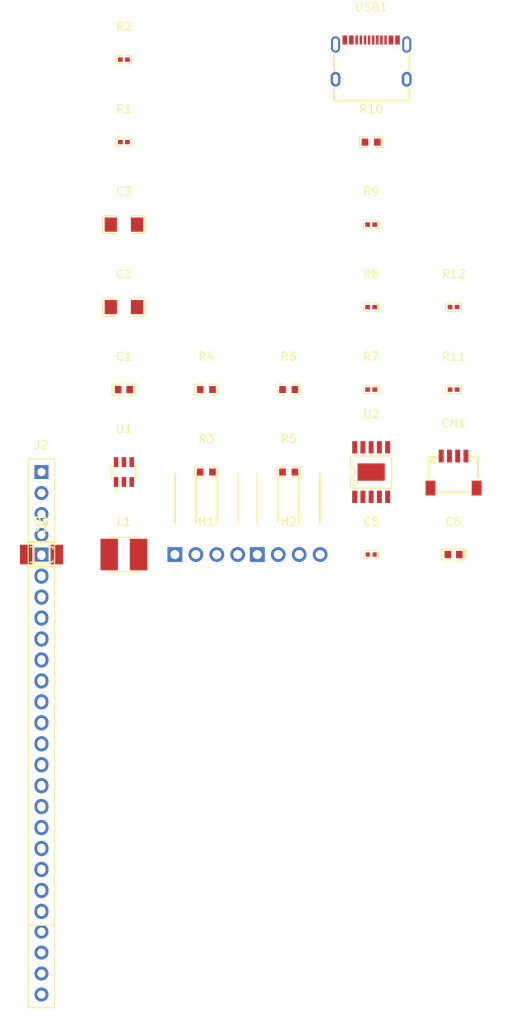
<source format=kicad_pcb>
(kicad_pcb (version 20241229) (generator "atopile") (generator_version "0.12.5")
  (layers (0 "F.Cu" signal) (31 "B.Cu" signal) (34 "B.Paste" user) (35 "F.Paste" user) (36 "B.SilkS" user "B.Silkscreen") (37 "F.SilkS" user "F.Silkscreen") (38 "B.Mask" user) (39 "F.Mask" user) (44 "Edge.Cuts" user))
  (net 0 "")
  (net 45 "BST")
  (net 46 "SBU2")
  (net 47 "net")
  (net 48 "DP")
  (net 49 "fan1-_4")
  (net 51 "DP2")
  (net 53 "CFG2")
  (net 55 "CC1")
  (net 56 "FB")
  (net 57 "CC2")
  (net 58 "gnd")
  (net 60 "DN2")
  (net 64 "SBU1")
  (net 65 "fan2-_4")
  (net 67 "DM")
  (net 69 "v12")
  (net 70 "CFG3")
  (net 71 "SW")
  (net 72 "CFG1")
  (net 1 "C")
  (net 2 "v5")
  (net 3 "footprint-_3-0")
  (net 4 "_16")
  (net 5 "footprint-_8-1")
  (net 6 "footprint-_13-0")
  (net 7 "_15")
  (net 8 "v3v3")
  (net 9 "footprint-_18-0")
  (net 10 "footprint-_14-0")
  (net 11 "pg")
  (net 12 "footprint-_4")
  (net 13 "fan1-gpio_tach")
  (net 14 "footprint-_13-1")
  (net 15 "_6")
  (net 16 "footprint-_8-0")
  (net 17 "footprint-_9-1")
  (net 18 "footprint-_3-1")
  (net 19 "fan1-gpio_pwm")
  (net 20 "_2")
  (net 21 "footprint-_19-0")
  (net 22 "footprint-_17-0")
  (net 23 "fan2-gpio_pwm")
  (net 24 "footprint-_10-1")
  (net 25 "footprint-_11-0")
  (net 26 "_5")
  (net 27 "footprint-_10-0")
  (net 28 "_21")
  (net 29 "scl")
  (net 30 "_12")
  (net 31 "_7")
  (net 32 "footprint-_9-0")
  (net 33 "footprint-_18-1")
  (net 34 "footprint-_20-1")
  (net 35 "footprint-_19-1")
  (net 36 "fan2-gpio_tach")
  (net 37 "footprint-_17-1")
  (net 38 "footprint-_14-1")
  (net 39 "footprint-_11-1")
  (net 40 "sda")
  (net 41 "footprint-_20-0")
  (footprint "AVX_TAJB107K006RNJ:CASE-B_3528" (layer "F.Cu") (at 0 0 0)
    (property "Reference" "C4" (at 0 -4 0) (layer "F.SilkS") (hide no))
    (property "Value" "100µF ±10%")
    (fp_line (start 1.83 1.48) (end -1.83 1.48) (stroke (width 0.15)) (layer "F.SilkS"))
    (fp_line (start 1.83 -1.48) (end -1.83 -1.48) (stroke (width 0.15)) (layer "F.SilkS"))
    (fp_line (start -0.9 1.48) (end -0.9 -1.48) (stroke (width 0.15)) (layer "F.SilkS"))
    (fp_line (start 1.83 1.48) (end 1.83 1.39) (stroke (width 0.15)) (layer "F.SilkS"))
    (fp_line (start 1.83 -1.48) (end 1.83 -1.39) (stroke (width 0.15)) (layer "F.SilkS"))
    (fp_text user "${REFERENCE}" (at 0 -4 0) (layer "F.SilkS"))
    (pad "1" smd rect (at -1.86 0 180) (size 1.51 2.38) (layers "F.Cu" "F.Paste" "F.Mask") (net 69 "v12"))
    (pad "2" smd rect (at 1.86 0 180) (size 1.51 2.38) (layers "F.Cu" "F.Paste" "F.Mask") (net 58 "gnd"))
  )
  (footprint "CENKER_CKCS4018_4_7uH_M:IND-SMD_L4.0-W4.0_SWPA4018S" (layer "F.Cu") (at 10 0 0)
    (property "Reference" "L1" (at 0 -4 0) (layer "F.SilkS") (hide no))
    (property "Value" "")
    (fp_line (start -2.08 -2.06) (end -2.08 -2.08) (stroke (width 0.15)) (layer "F.SilkS"))
    (fp_line (start -2.08 -2.08) (end 2.08 -2.08) (stroke (width 0.15)) (layer "F.SilkS"))
    (fp_line (start 2.08 -2.08) (end 2.08 -2.06) (stroke (width 0.15)) (layer "F.SilkS"))
    (fp_line (start -2.08 2.06) (end -2.08 2.08) (stroke (width 0.15)) (layer "F.SilkS"))
    (fp_line (start -2.08 2.08) (end 2.08 2.08) (stroke (width 0.15)) (layer "F.SilkS"))
    (fp_line (start 2.08 2.08) (end 2.08 2.06) (stroke (width 0.15)) (layer "F.SilkS"))
    (fp_text user "${REFERENCE}" (at 0 -4 0) (layer "F.SilkS"))
    (pad "1" smd rect (at 1.78 0 0) (size 2.12 3.82) (layers "F.Cu" "F.Paste" "F.Mask") (net 71 "SW"))
    (pad "2" smd rect (at -1.78 0 0) (size 2.12 3.82) (layers "F.Cu" "F.Paste" "F.Mask") (net 2 "v5"))
  )
  (footprint "Diodes_Incorporated_AP63205WU_7:TSOT-23-6_L2.9-W1.6-P0.95-LS2.8-BL" (layer "F.Cu") (at 10 -10 0)
    (property "Reference" "U1" (at 0 -5.2 0) (layer "F.SilkS") (hide no))
    (property "Value" "")
    (fp_line (start -1.5 0.8) (end -1.5 -0.8) (stroke (width 0.25)) (layer "F.SilkS"))
    (fp_line (start 1.5 -0.8) (end 1.5 0.8) (stroke (width 0.25)) (layer "F.SilkS"))
    (fp_circle (center -0.98 2.12) (end -0.85 2.12) (stroke (width 0.25)) (fill no) (layer "F.SilkS"))
    (fp_text user "${REFERENCE}" (at 0 -5.2 0) (layer "F.SilkS"))
    (pad "6" smd rect (at -0.95 -1.2 0) (size 0.55 1.2) (layers "F.Cu" "F.Paste" "F.Mask") (net 45 "BST"))
    (pad "4" smd rect (at 0.95 -1.2 0) (size 0.55 1.2) (layers "F.Cu" "F.Paste" "F.Mask") (net 58 "gnd"))
    (pad "3" smd rect (at 0.95 1.2 0) (size 0.55 1.2) (layers "F.Cu" "F.Paste" "F.Mask") (net 69 "v12"))
    (pad "2" smd rect (at 0 1.2 0) (size 0.55 1.2) (layers "F.Cu" "F.Paste" "F.Mask") (net 11 "pg"))
    (pad "1" smd rect (at -0.95 1.2 0) (size 0.55 1.2) (layers "F.Cu" "F.Paste" "F.Mask") (net 56 "FB"))
    (pad "5" smd rect (at 0 -1.2 0) (size 0.55 1.2) (layers "F.Cu" "F.Paste" "F.Mask") (net 71 "SW"))
  )
  (footprint "YAGEO_CC0603KRX7R9BB104:C0603" (layer "F.Cu") (at 10 -20 0)
    (property "Reference" "C1" (at 0 -4 0) (layer "F.SilkS") (hide no))
    (property "Value" "100nF ±10% 50V X7R")
    (fp_line (start -0.28 0.71) (end -1.08 0.71) (stroke (width 0.25)) (layer "F.SilkS"))
    (fp_line (start 0.28 0.71) (end 1.08 0.71) (stroke (width 0.25)) (layer "F.SilkS"))
    (fp_line (start -0.28 -0.71) (end -1.08 -0.71) (stroke (width 0.25)) (layer "F.SilkS"))
    (fp_line (start 0.28 -0.71) (end 1.08 -0.71) (stroke (width 0.25)) (layer "F.SilkS"))
    (fp_line (start -1.39 0.4) (end -1.39 -0.4) (stroke (width 0.25)) (layer "F.SilkS"))
    (fp_line (start 1.39 -0.4) (end 1.39 0.4) (stroke (width 0.25)) (layer "F.SilkS"))
    (fp_arc (start 1.39 -0.4) (mid 1.2992031021678296 -0.6192031021678296) (end 1.08 -0.7099999999999999) (stroke (width 0.25)) (layer "F.SilkS"))
    (fp_arc (start 1.08 0.71) (mid 1.2992031021678296 0.6192031021678297) (end 1.3900000000000001 0.4) (stroke (width 0.25)) (layer "F.SilkS"))
    (fp_arc (start -1.39 0.4) (mid -1.2992031021678296 0.6192031021678296) (end -1.08 0.7099999999999999) (stroke (width 0.25)) (layer "F.SilkS"))
    (fp_arc (start -1.08 -0.71) (mid -1.2992031021678296 -0.6192031021678297) (end -1.3900000000000001 -0.4) (stroke (width 0.25)) (layer "F.SilkS"))
    (fp_text user "${REFERENCE}" (at 0 -4 0) (layer "F.SilkS"))
    (pad "2" smd rect (at 0.7 0 0) (size 0.8 0.9) (layers "F.Cu" "F.Paste" "F.Mask") (net 71 "SW"))
    (pad "1" smd rect (at -0.7 0 0) (size 0.8 0.9) (layers "F.Cu" "F.Paste" "F.Mask") (net 45 "BST"))
  )
  (footprint "Samsung_Electro_Mechanics_CL31A226KAHNNNE:C1206" (layer "F.Cu") (at 10 -30 0)
    (property "Reference" "C2" (at 0 -4 0) (layer "F.SilkS") (hide no))
    (property "Value" "22µF ±10% 25V X5R")
    (fp_line (start 2.41 -1.09) (end 0.93 -1.09) (stroke (width 0.15)) (layer "F.SilkS"))
    (fp_line (start 0.93 1.09) (end 2.41 1.09) (stroke (width 0.15)) (layer "F.SilkS"))
    (fp_line (start 2.56 0.94) (end 2.56 -0.94) (stroke (width 0.15)) (layer "F.SilkS"))
    (fp_line (start -2.41 -1.09) (end -0.93 -1.09) (stroke (width 0.15)) (layer "F.SilkS"))
    (fp_line (start -0.93 1.09) (end -2.41 1.09) (stroke (width 0.15)) (layer "F.SilkS"))
    (fp_line (start -2.56 0.94) (end -2.56 -0.94) (stroke (width 0.15)) (layer "F.SilkS"))
    (fp_arc (start 2.56 0.94) (mid 2.516066017177982 1.046066017177982) (end 2.41 1.0899999999999999) (stroke (width 0.15)) (layer "F.SilkS"))
    (fp_arc (start 2.41 -1.09) (mid 2.5160660171779825 -1.046066017177982) (end 2.5600000000000005 -0.94) (stroke (width 0.15)) (layer "F.SilkS"))
    (fp_arc (start -2.56 0.94) (mid -2.516066017177982 1.046066017177982) (end -2.41 1.0899999999999999) (stroke (width 0.15)) (layer "F.SilkS"))
    (fp_arc (start -2.41 -1.09) (mid -2.5160660171779825 -1.046066017177982) (end -2.5600000000000005 -0.94) (stroke (width 0.15)) (layer "F.SilkS"))
    (fp_text user "${REFERENCE}" (at 0 -4 0) (layer "F.SilkS"))
    (pad "2" smd rect (at 1.59 0 0) (size 1.49 1.73) (layers "F.Cu" "F.Paste" "F.Mask") (net 58 "gnd"))
    (pad "1" smd rect (at -1.59 0 0) (size 1.49 1.73) (layers "F.Cu" "F.Paste" "F.Mask") (net 69 "v12"))
  )
  (footprint "Samsung_Electro_Mechanics_CL31A226KAHNNNE:C1206" (layer "F.Cu") (at 10 -40 0)
    (property "Reference" "C3" (at 0 -4 0) (layer "F.SilkS") (hide no))
    (property "Value" "22µF ±10% 25V X5R")
    (fp_line (start 2.41 -1.09) (end 0.93 -1.09) (stroke (width 0.15)) (layer "F.SilkS"))
    (fp_line (start 0.93 1.09) (end 2.41 1.09) (stroke (width 0.15)) (layer "F.SilkS"))
    (fp_line (start 2.56 0.94) (end 2.56 -0.94) (stroke (width 0.15)) (layer "F.SilkS"))
    (fp_line (start -2.41 -1.09) (end -0.93 -1.09) (stroke (width 0.15)) (layer "F.SilkS"))
    (fp_line (start -0.93 1.09) (end -2.41 1.09) (stroke (width 0.15)) (layer "F.SilkS"))
    (fp_line (start -2.56 0.94) (end -2.56 -0.94) (stroke (width 0.15)) (layer "F.SilkS"))
    (fp_arc (start 2.56 0.94) (mid 2.516066017177982 1.046066017177982) (end 2.41 1.0899999999999999) (stroke (width 0.15)) (layer "F.SilkS"))
    (fp_arc (start 2.41 -1.09) (mid 2.5160660171779825 -1.046066017177982) (end 2.5600000000000005 -0.94) (stroke (width 0.15)) (layer "F.SilkS"))
    (fp_arc (start -2.56 0.94) (mid -2.516066017177982 1.046066017177982) (end -2.41 1.0899999999999999) (stroke (width 0.15)) (layer "F.SilkS"))
    (fp_arc (start -2.41 -1.09) (mid -2.5160660171779825 -1.046066017177982) (end -2.5600000000000005 -0.94) (stroke (width 0.15)) (layer "F.SilkS"))
    (fp_text user "${REFERENCE}" (at 0 -4 0) (layer "F.SilkS"))
    (pad "2" smd rect (at 1.59 0 0) (size 1.49 1.73) (layers "F.Cu" "F.Paste" "F.Mask") (net 58 "gnd"))
    (pad "1" smd rect (at -1.59 0 0) (size 1.49 1.73) (layers "F.Cu" "F.Paste" "F.Mask") (net 2 "v5"))
  )
  (footprint "FOJAN_FRC0402F7503TS:R0402" (layer "F.Cu") (at 10 -50 0)
    (property "Reference" "R1" (at 0 -4 0) (layer "F.SilkS") (hide no))
    (property "Value" "750kΩ ±1% 62.5mW")
    (fp_line (start -0.23 0.5) (end -0.94 0.5) (stroke (width 0.15)) (layer "F.SilkS"))
    (fp_line (start -0.94 0.5) (end -0.94 -0.5) (stroke (width 0.15)) (layer "F.SilkS"))
    (fp_line (start -0.94 -0.5) (end -0.23 -0.5) (stroke (width 0.15)) (layer "F.SilkS"))
    (fp_line (start 0.23 0.5) (end 0.94 0.5) (stroke (width 0.15)) (layer "F.SilkS"))
    (fp_line (start 0.94 0.5) (end 0.94 -0.5) (stroke (width 0.15)) (layer "F.SilkS"))
    (fp_line (start 0.94 -0.5) (end 0.23 -0.5) (stroke (width 0.15)) (layer "F.SilkS"))
    (fp_text user "${REFERENCE}" (at 0 -4 0) (layer "F.SilkS"))
    (pad "2" smd rect (at 0.43 0 0) (size 0.57 0.54) (layers "F.Cu" "F.Paste" "F.Mask") (net 56 "FB"))
    (pad "1" smd rect (at -0.43 0 0) (size 0.57 0.54) (layers "F.Cu" "F.Paste" "F.Mask") (net 2 "v5"))
  )
  (footprint "UNI_ROYAL_0402WGF1003TCE:R0402" (layer "F.Cu") (at 10 -60 0)
    (property "Reference" "R2" (at 0 -4 0) (layer "F.SilkS") (hide no))
    (property "Value" "100kΩ ±1% 62.5mW")
    (fp_line (start -0.23 0.5) (end -0.94 0.5) (stroke (width 0.15)) (layer "F.SilkS"))
    (fp_line (start -0.94 0.5) (end -0.94 -0.5) (stroke (width 0.15)) (layer "F.SilkS"))
    (fp_line (start -0.94 -0.5) (end -0.23 -0.5) (stroke (width 0.15)) (layer "F.SilkS"))
    (fp_line (start 0.23 0.5) (end 0.94 0.5) (stroke (width 0.15)) (layer "F.SilkS"))
    (fp_line (start 0.94 0.5) (end 0.94 -0.5) (stroke (width 0.15)) (layer "F.SilkS"))
    (fp_line (start 0.94 -0.5) (end 0.23 -0.5) (stroke (width 0.15)) (layer "F.SilkS"))
    (fp_text user "${REFERENCE}" (at 0 -4 0) (layer "F.SilkS"))
    (pad "2" smd rect (at 0.43 0 0) (size 0.57 0.54) (layers "F.Cu" "F.Paste" "F.Mask") (net 58 "gnd"))
    (pad "1" smd rect (at -0.43 0 0) (size 0.57 0.54) (layers "F.Cu" "F.Paste" "F.Mask") (net 56 "FB"))
  )
  (footprint "CJT_A2541WR_4P:HDR-TH_4P-P2.54-H-M-W10.3" (layer "F.Cu") (at 20 0 0)
    (property "Reference" "H1" (at 0 -4 0) (layer "F.SilkS") (hide no))
    (property "Value" "")
    (fp_line (start 1.27 -3.81) (end 1.27 -9.81) (stroke (width 0.25)) (layer "F.SilkS"))
    (fp_line (start -1.27 -3.81) (end -1.27 -9.81) (stroke (width 0.25)) (layer "F.SilkS"))
    (fp_line (start 3.81 -3.81) (end 3.81 -9.81) (stroke (width 0.25)) (layer "F.SilkS"))
    (fp_line (start -3.81 -3.81) (end -3.81 -9.81) (stroke (width 0.25)) (layer "F.SilkS"))
    (fp_text user "${REFERENCE}" (at 0 -4 0) (layer "F.SilkS"))
    (pad "4" thru_hole circle (at 3.81 0 0) (size 1.8 1.8) (drill 1.1000231999999999) (layers "*.Cu" "*.Mask") (net 49 "fan1-_4"))
    (pad "3" thru_hole circle (at 1.27 0 0) (size 1.8 1.8) (drill 1.1000231999999999) (layers "*.Cu" "*.Mask") (net 13 "fan1-gpio_tach"))
    (pad "2" thru_hole circle (at -1.27 0 0) (size 1.8 1.8) (drill 1.1000231999999999) (layers "*.Cu" "*.Mask") (net 69 "v12"))
    (pad "1" thru_hole rect (at -3.81 0 0) (size 1.8 1.8) (drill 1.1000231999999999) (layers "*.Cu" "*.Mask") (net 58 "gnd"))
  )
  (footprint "UNI_ROYAL_0603WAF1000T5E:R0603" (layer "F.Cu") (at 20 -10 0)
    (property "Reference" "R3" (at 0 -4 0) (layer "F.SilkS") (hide no))
    (property "Value" "100Ω ±1% 100mW")
    (fp_line (start 0.43 0.66) (end 1.39 0.66) (stroke (width 0.15)) (layer "F.SilkS"))
    (fp_line (start 1.39 0.66) (end 1.39 -0.66) (stroke (width 0.15)) (layer "F.SilkS"))
    (fp_line (start 1.39 -0.66) (end 0.43 -0.66) (stroke (width 0.15)) (layer "F.SilkS"))
    (fp_line (start -0.43 0.66) (end -1.39 0.66) (stroke (width 0.15)) (layer "F.SilkS"))
    (fp_line (start -1.39 0.66) (end -1.39 -0.66) (stroke (width 0.15)) (layer "F.SilkS"))
    (fp_line (start -1.39 -0.66) (end -0.43 -0.66) (stroke (width 0.15)) (layer "F.SilkS"))
    (fp_text user "${REFERENCE}" (at 0 -4 0) (layer "F.SilkS"))
    (pad "2" smd rect (at 0.75 0 0) (size 0.81 0.86) (layers "F.Cu" "F.Paste" "F.Mask") (net 49 "fan1-_4"))
    (pad "1" smd rect (at -0.75 0 0) (size 0.81 0.86) (layers "F.Cu" "F.Paste" "F.Mask") (net 19 "fan1-gpio_pwm"))
  )
  (footprint "UNI_ROYAL_0603WAF1002T5E:R0603" (layer "F.Cu") (at 20 -20 0)
    (property "Reference" "R4" (at 0 -4 0) (layer "F.SilkS") (hide no))
    (property "Value" "10kΩ ±1% 100mW")
    (fp_line (start 0.43 0.66) (end 1.39 0.66) (stroke (width 0.15)) (layer "F.SilkS"))
    (fp_line (start 1.39 0.66) (end 1.39 -0.66) (stroke (width 0.15)) (layer "F.SilkS"))
    (fp_line (start 1.39 -0.66) (end 0.43 -0.66) (stroke (width 0.15)) (layer "F.SilkS"))
    (fp_line (start -0.43 0.66) (end -1.39 0.66) (stroke (width 0.15)) (layer "F.SilkS"))
    (fp_line (start -1.39 0.66) (end -1.39 -0.66) (stroke (width 0.15)) (layer "F.SilkS"))
    (fp_line (start -1.39 -0.66) (end -0.43 -0.66) (stroke (width 0.15)) (layer "F.SilkS"))
    (fp_text user "${REFERENCE}" (at 0 -4 0) (layer "F.SilkS"))
    (pad "2" smd rect (at 0.75 0 0) (size 0.81 0.86) (layers "F.Cu" "F.Paste" "F.Mask") (net 8 "v3v3"))
    (pad "1" smd rect (at -0.75 0 0) (size 0.81 0.86) (layers "F.Cu" "F.Paste" "F.Mask") (net 13 "fan1-gpio_tach"))
  )
  (footprint "CJT_A2541WR_4P:HDR-TH_4P-P2.54-H-M-W10.3" (layer "F.Cu") (at 30 0 0)
    (property "Reference" "H2" (at 0 -4 0) (layer "F.SilkS") (hide no))
    (property "Value" "")
    (fp_line (start 1.27 -3.81) (end 1.27 -9.81) (stroke (width 0.25)) (layer "F.SilkS"))
    (fp_line (start -1.27 -3.81) (end -1.27 -9.81) (stroke (width 0.25)) (layer "F.SilkS"))
    (fp_line (start 3.81 -3.81) (end 3.81 -9.81) (stroke (width 0.25)) (layer "F.SilkS"))
    (fp_line (start -3.81 -3.81) (end -3.81 -9.81) (stroke (width 0.25)) (layer "F.SilkS"))
    (fp_text user "${REFERENCE}" (at 0 -4 0) (layer "F.SilkS"))
    (pad "4" thru_hole circle (at 3.81 0 0) (size 1.8 1.8) (drill 1.1000231999999999) (layers "*.Cu" "*.Mask") (net 65 "fan2-_4"))
    (pad "3" thru_hole circle (at 1.27 0 0) (size 1.8 1.8) (drill 1.1000231999999999) (layers "*.Cu" "*.Mask") (net 36 "fan2-gpio_tach"))
    (pad "2" thru_hole circle (at -1.27 0 0) (size 1.8 1.8) (drill 1.1000231999999999) (layers "*.Cu" "*.Mask") (net 69 "v12"))
    (pad "1" thru_hole rect (at -3.81 0 0) (size 1.8 1.8) (drill 1.1000231999999999) (layers "*.Cu" "*.Mask") (net 58 "gnd"))
  )
  (footprint "UNI_ROYAL_0603WAF1000T5E:R0603" (layer "F.Cu") (at 30 -10 0)
    (property "Reference" "R5" (at 0 -4 0) (layer "F.SilkS") (hide no))
    (property "Value" "100Ω ±1% 100mW")
    (fp_line (start 0.43 0.66) (end 1.39 0.66) (stroke (width 0.15)) (layer "F.SilkS"))
    (fp_line (start 1.39 0.66) (end 1.39 -0.66) (stroke (width 0.15)) (layer "F.SilkS"))
    (fp_line (start 1.39 -0.66) (end 0.43 -0.66) (stroke (width 0.15)) (layer "F.SilkS"))
    (fp_line (start -0.43 0.66) (end -1.39 0.66) (stroke (width 0.15)) (layer "F.SilkS"))
    (fp_line (start -1.39 0.66) (end -1.39 -0.66) (stroke (width 0.15)) (layer "F.SilkS"))
    (fp_line (start -1.39 -0.66) (end -0.43 -0.66) (stroke (width 0.15)) (layer "F.SilkS"))
    (fp_text user "${REFERENCE}" (at 0 -4 0) (layer "F.SilkS"))
    (pad "2" smd rect (at 0.75 0 0) (size 0.81 0.86) (layers "F.Cu" "F.Paste" "F.Mask") (net 65 "fan2-_4"))
    (pad "1" smd rect (at -0.75 0 0) (size 0.81 0.86) (layers "F.Cu" "F.Paste" "F.Mask") (net 23 "fan2-gpio_pwm"))
  )
  (footprint "UNI_ROYAL_0603WAF1002T5E:R0603" (layer "F.Cu") (at 30 -20 0)
    (property "Reference" "R6" (at 0 -4 0) (layer "F.SilkS") (hide no))
    (property "Value" "10kΩ ±1% 100mW")
    (fp_line (start 0.43 0.66) (end 1.39 0.66) (stroke (width 0.15)) (layer "F.SilkS"))
    (fp_line (start 1.39 0.66) (end 1.39 -0.66) (stroke (width 0.15)) (layer "F.SilkS"))
    (fp_line (start 1.39 -0.66) (end 0.43 -0.66) (stroke (width 0.15)) (layer "F.SilkS"))
    (fp_line (start -0.43 0.66) (end -1.39 0.66) (stroke (width 0.15)) (layer "F.SilkS"))
    (fp_line (start -1.39 0.66) (end -1.39 -0.66) (stroke (width 0.15)) (layer "F.SilkS"))
    (fp_line (start -1.39 -0.66) (end -0.43 -0.66) (stroke (width 0.15)) (layer "F.SilkS"))
    (fp_text user "${REFERENCE}" (at 0 -4 0) (layer "F.SilkS"))
    (pad "2" smd rect (at 0.75 0 0) (size 0.81 0.86) (layers "F.Cu" "F.Paste" "F.Mask") (net 8 "v3v3"))
    (pad "1" smd rect (at -0.75 0 0) (size 0.81 0.86) (layers "F.Cu" "F.Paste" "F.Mask") (net 36 "fan2-gpio_tach"))
  )
  (footprint "Samsung_Electro_Mechanics_CL05A105KA5NQNC:C0402" (layer "F.Cu") (at 40 0 0)
    (property "Reference" "C5" (at 0 -4 0) (layer "F.SilkS") (hide no))
    (property "Value" "1µF ±10% 25V X5R")
    (fp_line (start -0.72 -0.5) (end -0.22 -0.5) (stroke (width 0.15)) (layer "F.SilkS"))
    (fp_line (start -0.87 0.35) (end -0.87 -0.35) (stroke (width 0.15)) (layer "F.SilkS"))
    (fp_line (start -0.22 0.5) (end -0.72 0.5) (stroke (width 0.15)) (layer "F.SilkS"))
    (fp_line (start 0.72 0.5) (end 0.22 0.5) (stroke (width 0.15)) (layer "F.SilkS"))
    (fp_line (start 0.22 -0.5) (end 0.72 -0.5) (stroke (width 0.15)) (layer "F.SilkS"))
    (fp_line (start 0.87 -0.35) (end 0.87 0.35) (stroke (width 0.15)) (layer "F.SilkS"))
    (fp_arc (start 0.87 -0.35) (mid 0.8260660171779821 -0.4560660171779821) (end 0.72 -0.5) (stroke (width 0.15)) (layer "F.SilkS"))
    (fp_arc (start 0.72 0.5) (mid 0.8260660171779821 0.4560660171779821) (end 0.87 0.35) (stroke (width 0.15)) (layer "F.SilkS"))
    (fp_arc (start -0.87 0.35) (mid -0.8260660171779821 0.4560660171779821) (end -0.72 0.5) (stroke (width 0.15)) (layer "F.SilkS"))
    (fp_arc (start -0.72 -0.5) (mid -0.8260660171779821 -0.4560660171779821) (end -0.87 -0.35) (stroke (width 0.15)) (layer "F.SilkS"))
    (fp_text user "${REFERENCE}" (at 0 -4 0) (layer "F.SilkS"))
    (pad "2" smd rect (at 0.42 0 0) (size 0.5 0.54) (layers "F.Cu" "F.Paste" "F.Mask") (net 58 "gnd"))
    (pad "1" smd rect (at -0.42 0 0) (size 0.5 0.54) (layers "F.Cu" "F.Paste" "F.Mask") (net 1 "C"))
  )
  (footprint "WCH_CH224K:ESSOP-10_L4.9-W3.9-P1.0-LS6.0-TL-EP" (layer "F.Cu") (at 40 -10 0)
    (property "Reference" "U2" (at 0 -7 0) (layer "F.SilkS") (hide no))
    (property "Value" "")
    (fp_line (start -2.46 -0.54) (end -2.5 -0.58) (stroke (width 0.15)) (layer "F.SilkS"))
    (fp_line (start -2.5 -0.58) (end -2.5 -0.82) (stroke (width 0.15)) (layer "F.SilkS"))
    (fp_line (start -2.5 -0.82) (end -2.5 -1.95) (stroke (width 0.15)) (layer "F.SilkS"))
    (fp_line (start -2.5 0.48) (end -2.4 0.48) (stroke (width 0.15)) (layer "F.SilkS"))
    (fp_line (start -2.5 1.95) (end -2.5 0.48) (stroke (width 0.15)) (layer "F.SilkS"))
    (fp_line (start 2.5 1.95) (end 2.5 -1.95) (stroke (width 0.15)) (layer "F.SilkS"))
    (fp_line (start -2.5 -1.95) (end 2.5 -1.95) (stroke (width 0.15)) (layer "F.SilkS"))
    (fp_line (start -2.5 1.95) (end 2.5 1.95) (stroke (width 0.15)) (layer "F.SilkS"))
    (fp_arc (start -2.46 -0.54) (mid -2.0639819577260985 -0.39334282725910635) (end -1.9203159225025874 0.0037701118979583115) (stroke (width 0.15)) (layer "F.SilkS"))
    (fp_arc (start -1.92 0) (mid -2.060588745030457 0.3394112549695428) (end -2.4 0.48) (stroke (width 0.15)) (layer "F.SilkS"))
    (fp_circle (center -1.92 1.26) (end -1.64 1.26) (stroke (width 0.15)) (fill no) (layer "F.SilkS"))
    (fp_text user "${REFERENCE}" (at 0 -7 0) (layer "F.SilkS"))
    (pad "10" smd rect (at -2 -3 90) (size 1.5 0.6) (layers "F.Cu" "F.Paste" "F.Mask") (net 11 "pg"))
    (pad "9" smd rect (at -1 -3 90) (size 1.5 0.6) (layers "F.Cu" "F.Paste" "F.Mask") (net 72 "CFG1"))
    (pad "8" smd rect (at 0 -3 90) (size 1.5 0.6) (layers "F.Cu" "F.Paste" "F.Mask") (net 69 "v12"))
    (pad "7" smd rect (at 1 -3 90) (size 1.5 0.6) (layers "F.Cu" "F.Paste" "F.Mask") (net 55 "CC1"))
    (pad "6" smd rect (at 2 -3 90) (size 1.5 0.6) (layers "F.Cu" "F.Paste" "F.Mask") (net 57 "CC2"))
    (pad "5" smd rect (at 2 3 90) (size 1.5 0.6) (layers "F.Cu" "F.Paste" "F.Mask") (net 67 "DM"))
    (pad "4" smd rect (at 1 3 90) (size 1.5 0.6) (layers "F.Cu" "F.Paste" "F.Mask") (net 48 "DP"))
    (pad "3" smd rect (at 0 3 90) (size 1.5 0.6) (layers "F.Cu" "F.Paste" "F.Mask") (net 70 "CFG3"))
    (pad "2" smd rect (at -1 3 90) (size 1.5 0.6) (layers "F.Cu" "F.Paste" "F.Mask") (net 53 "CFG2"))
    (pad "1" smd rect (at -2 3 90) (size 1.5 0.6) (layers "F.Cu" "F.Paste" "F.Mask") (net 1 "C"))
    (pad "11" smd rect (at 0 0 180) (size 3.3 2.1) (layers "F.Cu" "F.Paste" "F.Mask") (net 58 "gnd"))
  )
  (footprint "UNI_ROYAL_0402WGF5101TCE:R0402" (layer "F.Cu") (at 40 -20 0)
    (property "Reference" "R7" (at 0 -4 0) (layer "F.SilkS") (hide no))
    (property "Value" "5.1kΩ ±1% 62.5mW")
    (fp_line (start -0.23 0.5) (end -0.94 0.5) (stroke (width 0.15)) (layer "F.SilkS"))
    (fp_line (start -0.94 0.5) (end -0.94 -0.5) (stroke (width 0.15)) (layer "F.SilkS"))
    (fp_line (start -0.94 -0.5) (end -0.23 -0.5) (stroke (width 0.15)) (layer "F.SilkS"))
    (fp_line (start 0.23 0.5) (end 0.94 0.5) (stroke (width 0.15)) (layer "F.SilkS"))
    (fp_line (start 0.94 0.5) (end 0.94 -0.5) (stroke (width 0.15)) (layer "F.SilkS"))
    (fp_line (start 0.94 -0.5) (end 0.23 -0.5) (stroke (width 0.15)) (layer "F.SilkS"))
    (fp_text user "${REFERENCE}" (at 0 -4 0) (layer "F.SilkS"))
    (pad "2" smd rect (at 0.43 0 0) (size 0.57 0.54) (layers "F.Cu" "F.Paste" "F.Mask") (net 58 "gnd"))
    (pad "1" smd rect (at -0.43 0 0) (size 0.57 0.54) (layers "F.Cu" "F.Paste" "F.Mask") (net 55 "CC1"))
  )
  (footprint "UNI_ROYAL_0402WGF5101TCE:R0402" (layer "F.Cu") (at 40 -30 0)
    (property "Reference" "R8" (at 0 -4 0) (layer "F.SilkS") (hide no))
    (property "Value" "5.1kΩ ±1% 62.5mW")
    (fp_line (start -0.23 0.5) (end -0.94 0.5) (stroke (width 0.15)) (layer "F.SilkS"))
    (fp_line (start -0.94 0.5) (end -0.94 -0.5) (stroke (width 0.15)) (layer "F.SilkS"))
    (fp_line (start -0.94 -0.5) (end -0.23 -0.5) (stroke (width 0.15)) (layer "F.SilkS"))
    (fp_line (start 0.23 0.5) (end 0.94 0.5) (stroke (width 0.15)) (layer "F.SilkS"))
    (fp_line (start 0.94 0.5) (end 0.94 -0.5) (stroke (width 0.15)) (layer "F.SilkS"))
    (fp_line (start 0.94 -0.5) (end 0.23 -0.5) (stroke (width 0.15)) (layer "F.SilkS"))
    (fp_text user "${REFERENCE}" (at 0 -4 0) (layer "F.SilkS"))
    (pad "2" smd rect (at 0.43 0 0) (size 0.57 0.54) (layers "F.Cu" "F.Paste" "F.Mask") (net 58 "gnd"))
    (pad "1" smd rect (at -0.43 0 0) (size 0.57 0.54) (layers "F.Cu" "F.Paste" "F.Mask") (net 57 "CC2"))
  )
  (footprint "UNI_ROYAL_0402WGF2402TCE:R0402" (layer "F.Cu") (at 40 -40 0)
    (property "Reference" "R9" (at 0 -4 0) (layer "F.SilkS") (hide no))
    (property "Value" "24kΩ ±1% 62.5mW")
    (fp_line (start -0.23 0.5) (end -0.94 0.5) (stroke (width 0.15)) (layer "F.SilkS"))
    (fp_line (start -0.94 0.5) (end -0.94 -0.5) (stroke (width 0.15)) (layer "F.SilkS"))
    (fp_line (start -0.94 -0.5) (end -0.23 -0.5) (stroke (width 0.15)) (layer "F.SilkS"))
    (fp_line (start 0.23 0.5) (end 0.94 0.5) (stroke (width 0.15)) (layer "F.SilkS"))
    (fp_line (start 0.94 0.5) (end 0.94 -0.5) (stroke (width 0.15)) (layer "F.SilkS"))
    (fp_line (start 0.94 -0.5) (end 0.23 -0.5) (stroke (width 0.15)) (layer "F.SilkS"))
    (fp_text user "${REFERENCE}" (at 0 -4 0) (layer "F.SilkS"))
    (pad "2" smd rect (at 0.43 0 0) (size 0.57 0.54) (layers "F.Cu" "F.Paste" "F.Mask") (net 58 "gnd"))
    (pad "1" smd rect (at -0.43 0 0) (size 0.57 0.54) (layers "F.Cu" "F.Paste" "F.Mask") (net 72 "CFG1"))
  )
  (footprint "UNI_ROYAL_0603WAF4700T5E:R0603" (layer "F.Cu") (at 40 -50 0)
    (property "Reference" "R10" (at 0 -4 0) (layer "F.SilkS") (hide no))
    (property "Value" "470Ω ±1% 100mW")
    (fp_line (start 0.43 0.66) (end 1.39 0.66) (stroke (width 0.15)) (layer "F.SilkS"))
    (fp_line (start 1.39 0.66) (end 1.39 -0.66) (stroke (width 0.15)) (layer "F.SilkS"))
    (fp_line (start 1.39 -0.66) (end 0.43 -0.66) (stroke (width 0.15)) (layer "F.SilkS"))
    (fp_line (start -0.43 0.66) (end -1.39 0.66) (stroke (width 0.15)) (layer "F.SilkS"))
    (fp_line (start -1.39 0.66) (end -1.39 -0.66) (stroke (width 0.15)) (layer "F.SilkS"))
    (fp_line (start -1.39 -0.66) (end -0.43 -0.66) (stroke (width 0.15)) (layer "F.SilkS"))
    (fp_text user "${REFERENCE}" (at 0 -4 0) (layer "F.SilkS"))
    (pad "2" smd rect (at 0.75 0 0) (size 0.81 0.86) (layers "F.Cu" "F.Paste" "F.Mask") (net 1 "C"))
    (pad "1" smd rect (at -0.75 0 0) (size 0.81 0.86) (layers "F.Cu" "F.Paste" "F.Mask") (net 69 "v12"))
  )
  (footprint "SHOU_HAN_TYPE_C_16PIN_2MD_073:USB-C-SMD_TYPE-C-6PIN-2MD-073" (layer "F.Cu") (at 40 -60 0)
    (property "Reference" "USB1" (at 0 -6.38 0) (layer "F.SilkS") (hide no))
    (property "Value" "")
    (fp_line (start 4.57 1.39) (end 4.57 -0.6) (stroke (width 0.25)) (layer "F.SilkS"))
    (fp_line (start 4.57 4.82) (end 4.57 3.35) (stroke (width 0.25)) (layer "F.SilkS"))
    (fp_line (start -4.5 1.39) (end -4.5 -0.6) (stroke (width 0.25)) (layer "F.SilkS"))
    (fp_line (start -4.5 4.97) (end -4.5 3.35) (stroke (width 0.25)) (layer "F.SilkS"))
    (fp_line (start 4.5 4.97) (end -4.5 4.97) (stroke (width 0.25)) (layer "F.SilkS"))
    (fp_text user "${REFERENCE}" (at 0 -6.38 0) (layer "F.SilkS"))
    (pad "1" smd rect (at -3.2 -2.38 0) (size 0.55 1.1) (layers "F.Cu" "F.Paste" "F.Mask") (net 58 "gnd"))
    (pad "2" smd rect (at -2.4 -2.38 0) (size 0.55 1.1) (layers "F.Cu" "F.Paste" "F.Mask") (net 69 "v12"))
    (pad "3" smd rect (at -1.75 -2.38 0) (size 0.3 1.1) (layers "F.Cu" "F.Paste" "F.Mask") (net 46 "SBU2"))
    (pad "4" smd rect (at -1.25 -2.38 0) (size 0.3 1.1) (layers "F.Cu" "F.Paste" "F.Mask") (net 55 "CC1"))
    (pad "5" smd rect (at -0.75 -2.38 0) (size 0.3 1.1) (layers "F.Cu" "F.Paste" "F.Mask") (net 60 "DN2"))
    (pad "6" smd rect (at -0.25 -2.38 0) (size 0.3 1.1) (layers "F.Cu" "F.Paste" "F.Mask") (net 48 "DP"))
    (pad "7" smd rect (at 0.25 -2.38 0) (size 0.3 1.1) (layers "F.Cu" "F.Paste" "F.Mask") (net 67 "DM"))
    (pad "8" smd rect (at 0.75 -2.38 0) (size 0.3 1.1) (layers "F.Cu" "F.Paste" "F.Mask") (net 51 "DP2"))
    (pad "9" smd rect (at 1.25 -2.38 0) (size 0.3 1.1) (layers "F.Cu" "F.Paste" "F.Mask") (net 64 "SBU1"))
    (pad "10" smd rect (at 1.75 -2.38 0) (size 0.3 1.1) (layers "F.Cu" "F.Paste" "F.Mask") (net 57 "CC2"))
    (pad "11" smd rect (at 2.4 -2.38 0) (size 0.55 1.1) (layers "F.Cu" "F.Paste" "F.Mask") (net 69 "v12"))
    (pad "12" smd rect (at 3.2 -2.38 0) (size 0.55 1.1) (layers "F.Cu" "F.Paste" "F.Mask") (net 58 "gnd"))
    (pad "13" thru_hole oval (at -4.32 -1.83 0) (size 1.1 2) (drill oval 0.5999987999999999 1.499997) (layers "*.Cu" "*.Mask") (net 58 "gnd"))
    (pad "14" thru_hole oval (at 4.32 -1.83 0) (size 1.1 2) (drill oval 0.5999987999999999 1.5000224) (layers "*.Cu" "*.Mask") (net 58 "gnd"))
    (pad "13" thru_hole oval (at -4.32 2.38 0) (size 1.2 1.8) (drill oval 0.5999987999999999 1.1999975999999999) (layers "*.Cu" "*.Mask") (net 58 "gnd"))
    (pad "14" thru_hole oval (at 4.32 2.38 0) (size 1.2 1.8) (drill oval 0.5999987999999999 1.1999975999999999) (layers "*.Cu" "*.Mask") (net 58 "gnd"))
    (pad "" thru_hole circle (at -2.89 -1.3 0) (size 0.7 0.7) (drill 0.7) (layers "*.Cu" "*.Mask") (net 47 "net"))
    (pad "" thru_hole circle (at 2.89 -1.3 0) (size 0.7 0.7) (drill 0.7) (layers "*.Cu" "*.Mask") (net 47 "net"))
  )
  (footprint "YAGEO_CC0603KRX7R9BB104:C0603" (layer "F.Cu") (at 50 0 0)
    (property "Reference" "C6" (at 0 -4 0) (layer "F.SilkS") (hide no))
    (property "Value" "100nF ±10% 50V X7R")
    (fp_line (start -0.28 0.71) (end -1.08 0.71) (stroke (width 0.25)) (layer "F.SilkS"))
    (fp_line (start 0.28 0.71) (end 1.08 0.71) (stroke (width 0.25)) (layer "F.SilkS"))
    (fp_line (start -0.28 -0.71) (end -1.08 -0.71) (stroke (width 0.25)) (layer "F.SilkS"))
    (fp_line (start 0.28 -0.71) (end 1.08 -0.71) (stroke (width 0.25)) (layer "F.SilkS"))
    (fp_line (start -1.39 0.4) (end -1.39 -0.4) (stroke (width 0.25)) (layer "F.SilkS"))
    (fp_line (start 1.39 -0.4) (end 1.39 0.4) (stroke (width 0.25)) (layer "F.SilkS"))
    (fp_arc (start 1.39 -0.4) (mid 1.2992031021678296 -0.6192031021678296) (end 1.08 -0.7099999999999999) (stroke (width 0.25)) (layer "F.SilkS"))
    (fp_arc (start 1.08 0.71) (mid 1.2992031021678296 0.6192031021678297) (end 1.3900000000000001 0.4) (stroke (width 0.25)) (layer "F.SilkS"))
    (fp_arc (start -1.39 0.4) (mid -1.2992031021678296 0.6192031021678296) (end -1.08 0.7099999999999999) (stroke (width 0.25)) (layer "F.SilkS"))
    (fp_arc (start -1.08 -0.71) (mid -1.2992031021678296 -0.6192031021678297) (end -1.3900000000000001 -0.4) (stroke (width 0.25)) (layer "F.SilkS"))
    (fp_text user "${REFERENCE}" (at 0 -4 0) (layer "F.SilkS"))
    (pad "2" smd rect (at 0.7 0 0) (size 0.8 0.9) (layers "F.Cu" "F.Paste" "F.Mask") (net 58 "gnd"))
    (pad "1" smd rect (at -0.7 0 0) (size 0.8 0.9) (layers "F.Cu" "F.Paste" "F.Mask") (net 8 "v3v3"))
  )
  (footprint "JST_Sales_America_SM04B_SRSS_TB_LF__SN:CONN-SMD_4P-P1.00_SM04B-SRSS-TB-LF-SN" (layer "F.Cu") (at 50 -10 0)
    (property "Reference" "CN1" (at 0 -5.9399999999999995 0) (layer "F.SilkS") (hide no))
    (property "Value" "")
    (fp_line (start -2.02 2.46) (end 1.88 2.46) (stroke (width 0.25)) (layer "F.SilkS"))
    (fp_line (start -1.94 -1.8) (end -3.02 -1.8) (stroke (width 0.25)) (layer "F.SilkS"))
    (fp_line (start -3.02 -1.8) (end -3.02 0.8) (stroke (width 0.25)) (layer "F.SilkS"))
    (fp_line (start 2.04 -1.8) (end 2.96 -1.8) (stroke (width 0.25)) (layer "F.SilkS"))
    (fp_line (start 2.96 -1.8) (end 2.96 0.81) (stroke (width 0.25)) (layer "F.SilkS"))
    (fp_circle (center -2.5 -1.31) (end -2.38 -1.31) (stroke (width 0.25)) (fill no) (layer "F.SilkS"))
    (fp_text user "${REFERENCE}" (at 0 -5.9399999999999995 0) (layer "F.SilkS"))
    (pad "2" smd rect (at -0.5 -1.94 0) (size 0.6 1.55) (layers "F.Cu" "F.Paste" "F.Mask") (net 8 "v3v3"))
    (pad "1" smd rect (at -1.5 -1.94 0) (size 0.6 1.55) (layers "F.Cu" "F.Paste" "F.Mask") (net 58 "gnd"))
    (pad "4" smd rect (at 1.5 -1.94 0) (size 0.6 1.55) (layers "F.Cu" "F.Paste" "F.Mask") (net 29 "scl"))
    (pad "3" smd rect (at 0.5 -1.94 0) (size 0.6 1.55) (layers "F.Cu" "F.Paste" "F.Mask") (net 40 "sda"))
    (pad "6" smd rect (at -2.8 1.94 0) (size 1.2 1.8) (layers "F.Cu" "F.Paste" "F.Mask") (net 58 "gnd"))
    (pad "5" smd rect (at 2.8 1.94 0) (size 1.2 1.8) (layers "F.Cu" "F.Paste" "F.Mask") (net 58 "gnd"))
  )
  (footprint "UNI_ROYAL_0402WGF4701TCE:R0402" (layer "F.Cu") (at 50 -20 0)
    (property "Reference" "R11" (at 0 -4 0) (layer "F.SilkS") (hide no))
    (property "Value" "4.7kΩ ±1% 62.5mW")
    (fp_line (start -0.23 0.5) (end -0.94 0.5) (stroke (width 0.15)) (layer "F.SilkS"))
    (fp_line (start -0.94 0.5) (end -0.94 -0.5) (stroke (width 0.15)) (layer "F.SilkS"))
    (fp_line (start -0.94 -0.5) (end -0.23 -0.5) (stroke (width 0.15)) (layer "F.SilkS"))
    (fp_line (start 0.23 0.5) (end 0.94 0.5) (stroke (width 0.15)) (layer "F.SilkS"))
    (fp_line (start 0.94 0.5) (end 0.94 -0.5) (stroke (width 0.15)) (layer "F.SilkS"))
    (fp_line (start 0.94 -0.5) (end 0.23 -0.5) (stroke (width 0.15)) (layer "F.SilkS"))
    (fp_text user "${REFERENCE}" (at 0 -4 0) (layer "F.SilkS"))
    (pad "2" smd rect (at 0.43 0 0) (size 0.57 0.54) (layers "F.Cu" "F.Paste" "F.Mask") (net 8 "v3v3"))
    (pad "1" smd rect (at -0.43 0 0) (size 0.57 0.54) (layers "F.Cu" "F.Paste" "F.Mask") (net 29 "scl"))
  )
  (footprint "UNI_ROYAL_0402WGF4701TCE:R0402" (layer "F.Cu") (at 50 -30 0)
    (property "Reference" "R12" (at 0 -4 0) (layer "F.SilkS") (hide no))
    (property "Value" "4.7kΩ ±1% 62.5mW")
    (fp_line (start -0.23 0.5) (end -0.94 0.5) (stroke (width 0.15)) (layer "F.SilkS"))
    (fp_line (start -0.94 0.5) (end -0.94 -0.5) (stroke (width 0.15)) (layer "F.SilkS"))
    (fp_line (start -0.94 -0.5) (end -0.23 -0.5) (stroke (width 0.15)) (layer "F.SilkS"))
    (fp_line (start 0.23 0.5) (end 0.94 0.5) (stroke (width 0.15)) (layer "F.SilkS"))
    (fp_line (start 0.94 0.5) (end 0.94 -0.5) (stroke (width 0.15)) (layer "F.SilkS"))
    (fp_line (start 0.94 -0.5) (end 0.23 -0.5) (stroke (width 0.15)) (layer "F.SilkS"))
    (fp_text user "${REFERENCE}" (at 0 -4 0) (layer "F.SilkS"))
    (pad "2" smd rect (at 0.43 0 0) (size 0.57 0.54) (layers "F.Cu" "F.Paste" "F.Mask") (net 8 "v3v3"))
    (pad "1" smd rect (at -0.43 0 0) (size 0.57 0.54) (layers "F.Cu" "F.Paste" "F.Mask") (net 40 "sda"))
  )
  (footprint "MDD_Microdiode_Electronics_BZT52C5V1:SOD-123_L2.7-W1.6-LS3.7-RD" (layer "F.Cu") (at 0 0 0)
    (property "Reference" "D1" (at 0 -4 0) (layer "F.SilkS") (hide no))
    (property "Value" "")
    (fp_line (start -1.38 -0.93) (end 1.38 -0.93) (stroke (width 0.15)) (layer "F.SilkS"))
    (fp_line (start 1.38 -0.93) (end 1.38 -0.68) (stroke (width 0.15)) (layer "F.SilkS"))
    (fp_line (start -1.38 0.93) (end 1.38 0.93) (stroke (width 0.15)) (layer "F.SilkS"))
    (fp_line (start 1.38 0.93) (end 1.38 0.68) (stroke (width 0.15)) (layer "F.SilkS"))
    (fp_line (start -0.97 -0.93) (end -0.97 0.93) (stroke (width 0.15)) (layer "F.SilkS"))
    (fp_text user "${REFERENCE}" (at 0 -4 0) (layer "F.SilkS"))
    (pad "2" smd rect (at 1.64 0 0) (size 0.91 1.22) (layers "F.Cu" "F.Paste" "F.Mask") (net 58 "gnd"))
    (pad "1" smd rect (at -1.64 0 0) (size 0.91 1.22) (layers "F.Cu" "F.Paste" "F.Mask") (net 1 "C"))
  )
  (footprint "FemaleHeader_1x22_2v54mm:PinSocket_1x22_P2.54mm_Vertical" (layer "F.Cu") (at 0 0 0)
    (property "Reference" "J1" (at 0 -3.3 0) (layer "F.SilkS") (hide no))
    (property "Value" "")
    (fp_rect (start -1.6 -1.6) (end 1.6 54.94) (stroke (width 0.12)) (layer "F.SilkS"))
    (pad "1" thru_hole rect (at 0 0 0) (size 1.7 1.7) (drill 1) (layers "*.Cu" "*.Mask") (net 8 "v3v3"))
    (pad "2" thru_hole oval (at 0 2.54 0) (size 1.7 1.7) (drill 1) (layers "*.Cu" "*.Mask") (net 8 "v3v3"))
    (pad "3" thru_hole oval (at 0 5.08 0) (size 1.7 1.7) (drill 1) (layers "*.Cu" "*.Mask") (net 3 "footprint-_3-0"))
    (pad "4" thru_hole oval (at 0 7.62 0) (size 1.7 1.7) (drill 1) (layers "*.Cu" "*.Mask") (net 19 "fan1-gpio_pwm"))
    (pad "5" thru_hole oval (at 0 10.16 0) (size 1.7 1.7) (drill 1) (layers "*.Cu" "*.Mask") (net 23 "fan2-gpio_pwm"))
    (pad "6" thru_hole oval (at 0 12.7 0) (size 1.7 1.7) (drill 1) (layers "*.Cu" "*.Mask") (net 13 "fan1-gpio_tach"))
    (pad "7" thru_hole oval (at 0 15.24 0) (size 1.7 1.7) (drill 1) (layers "*.Cu" "*.Mask") (net 36 "fan2-gpio_tach"))
    (pad "8" thru_hole oval (at 0 17.78 0) (size 1.7 1.7) (drill 1) (layers "*.Cu" "*.Mask") (net 16 "footprint-_8-0"))
    (pad "9" thru_hole oval (at 0 20.32 0) (size 1.7 1.7) (drill 1) (layers "*.Cu" "*.Mask") (net 32 "footprint-_9-0"))
    (pad "10" thru_hole oval (at 0 22.86 0) (size 1.7 1.7) (drill 1) (layers "*.Cu" "*.Mask") (net 27 "footprint-_10-0"))
    (pad "11" thru_hole oval (at 0 25.4 0) (size 1.7 1.7) (drill 1) (layers "*.Cu" "*.Mask") (net 25 "footprint-_11-0"))
    (pad "12" thru_hole oval (at 0 27.94 0) (size 1.7 1.7) (drill 1) (layers "*.Cu" "*.Mask") (net 40 "sda"))
    (pad "13" thru_hole oval (at 0 30.48 0) (size 1.7 1.7) (drill 1) (layers "*.Cu" "*.Mask") (net 6 "footprint-_13-0"))
    (pad "14" thru_hole oval (at 0 33.02 0) (size 1.7 1.7) (drill 1) (layers "*.Cu" "*.Mask") (net 10 "footprint-_14-0"))
    (pad "15" thru_hole oval (at 0 35.56 0) (size 1.7 1.7) (drill 1) (layers "*.Cu" "*.Mask") (net 29 "scl"))
    (pad "16" thru_hole oval (at 0 38.1 0) (size 1.7 1.7) (drill 1) (layers "*.Cu" "*.Mask") (net 11 "pg"))
    (pad "17" thru_hole oval (at 0 40.64 0) (size 1.7 1.7) (drill 1) (layers "*.Cu" "*.Mask") (net 22 "footprint-_17-0"))
    (pad "18" thru_hole oval (at 0 43.18 0) (size 1.7 1.7) (drill 1) (layers "*.Cu" "*.Mask") (net 9 "footprint-_18-0"))
    (pad "19" thru_hole oval (at 0 45.72 0) (size 1.7 1.7) (drill 1) (layers "*.Cu" "*.Mask") (net 21 "footprint-_19-0"))
    (pad "20" thru_hole oval (at 0 48.26 0) (size 1.7 1.7) (drill 1) (layers "*.Cu" "*.Mask") (net 41 "footprint-_20-0"))
    (pad "21" thru_hole oval (at 0 50.8 0) (size 1.7 1.7) (drill 1) (layers "*.Cu" "*.Mask") (net 2 "v5"))
    (pad "22" thru_hole oval (at 0 53.34 0) (size 1.7 1.7) (drill 1) (layers "*.Cu" "*.Mask") (net 58 "gnd"))
  )
  (footprint "FemaleHeader_1x22_2v54mm:PinSocket_1x22_P2.54mm_Vertical" (layer "F.Cu") (at 0 -10 0)
    (property "Reference" "J2" (at 0 -3.3 0) (layer "F.SilkS") (hide no))
    (property "Value" "")
    (fp_rect (start -1.6 -1.6) (end 1.6 54.94) (stroke (width 0.12)) (layer "F.SilkS"))
    (pad "1" thru_hole rect (at 0 0 0) (size 1.7 1.7) (drill 1) (layers "*.Cu" "*.Mask") (net 58 "gnd"))
    (pad "2" thru_hole oval (at 0 2.54 0) (size 1.7 1.7) (drill 1) (layers "*.Cu" "*.Mask") (net 20 "_2"))
    (pad "3" thru_hole oval (at 0 5.08 0) (size 1.7 1.7) (drill 1) (layers "*.Cu" "*.Mask") (net 18 "footprint-_3-1"))
    (pad "4" thru_hole oval (at 0 7.62 0) (size 1.7 1.7) (drill 1) (layers "*.Cu" "*.Mask") (net 12 "footprint-_4"))
    (pad "5" thru_hole oval (at 0 10.16 0) (size 1.7 1.7) (drill 1) (layers "*.Cu" "*.Mask") (net 26 "_5"))
    (pad "6" thru_hole oval (at 0 12.7 0) (size 1.7 1.7) (drill 1) (layers "*.Cu" "*.Mask") (net 15 "_6"))
    (pad "7" thru_hole oval (at 0 15.24 0) (size 1.7 1.7) (drill 1) (layers "*.Cu" "*.Mask") (net 31 "_7"))
    (pad "8" thru_hole oval (at 0 17.78 0) (size 1.7 1.7) (drill 1) (layers "*.Cu" "*.Mask") (net 5 "footprint-_8-1"))
    (pad "9" thru_hole oval (at 0 20.32 0) (size 1.7 1.7) (drill 1) (layers "*.Cu" "*.Mask") (net 17 "footprint-_9-1"))
    (pad "10" thru_hole oval (at 0 22.86 0) (size 1.7 1.7) (drill 1) (layers "*.Cu" "*.Mask") (net 24 "footprint-_10-1"))
    (pad "11" thru_hole oval (at 0 25.4 0) (size 1.7 1.7) (drill 1) (layers "*.Cu" "*.Mask") (net 39 "footprint-_11-1"))
    (pad "12" thru_hole oval (at 0 27.94 0) (size 1.7 1.7) (drill 1) (layers "*.Cu" "*.Mask") (net 30 "_12"))
    (pad "13" thru_hole oval (at 0 30.48 0) (size 1.7 1.7) (drill 1) (layers "*.Cu" "*.Mask") (net 14 "footprint-_13-1"))
    (pad "14" thru_hole oval (at 0 33.02 0) (size 1.7 1.7) (drill 1) (layers "*.Cu" "*.Mask") (net 38 "footprint-_14-1"))
    (pad "15" thru_hole oval (at 0 35.56 0) (size 1.7 1.7) (drill 1) (layers "*.Cu" "*.Mask") (net 7 "_15"))
    (pad "16" thru_hole oval (at 0 38.1 0) (size 1.7 1.7) (drill 1) (layers "*.Cu" "*.Mask") (net 4 "_16"))
    (pad "17" thru_hole oval (at 0 40.64 0) (size 1.7 1.7) (drill 1) (layers "*.Cu" "*.Mask") (net 37 "footprint-_17-1"))
    (pad "18" thru_hole oval (at 0 43.18 0) (size 1.7 1.7) (drill 1) (layers "*.Cu" "*.Mask") (net 33 "footprint-_18-1"))
    (pad "19" thru_hole oval (at 0 45.72 0) (size 1.7 1.7) (drill 1) (layers "*.Cu" "*.Mask") (net 35 "footprint-_19-1"))
    (pad "20" thru_hole oval (at 0 48.26 0) (size 1.7 1.7) (drill 1) (layers "*.Cu" "*.Mask") (net 34 "footprint-_20-1"))
    (pad "21" thru_hole oval (at 0 50.8 0) (size 1.7 1.7) (drill 1) (layers "*.Cu" "*.Mask") (net 28 "_21"))
    (pad "22" thru_hole oval (at 0 53.34 0) (size 1.7 1.7) (drill 1) (layers "*.Cu" "*.Mask") (net 58 "gnd"))
  )
)
</source>
